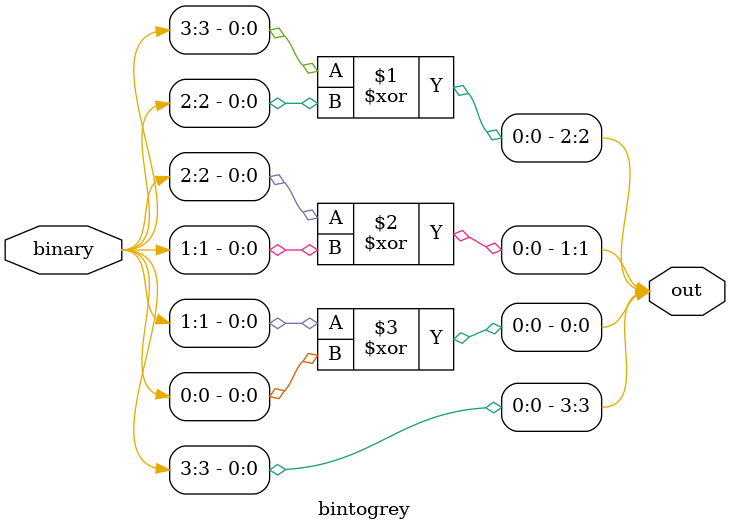
<source format=v>
`timescale 1ns / 1ps
module bintogrey1(input[3:0] binary, output [3:0] out);
bintogrey bintogrey(binary,out);
endmodule

module bintogrey(input [3:0] binary, output [3:0] out );
assign out[3]=binary[3];
assign out[2]=binary[3]^binary[2];
assign out[1]=binary[2]^binary[1];
assign out[0]=binary[1]^binary[0];
endmodule

</source>
